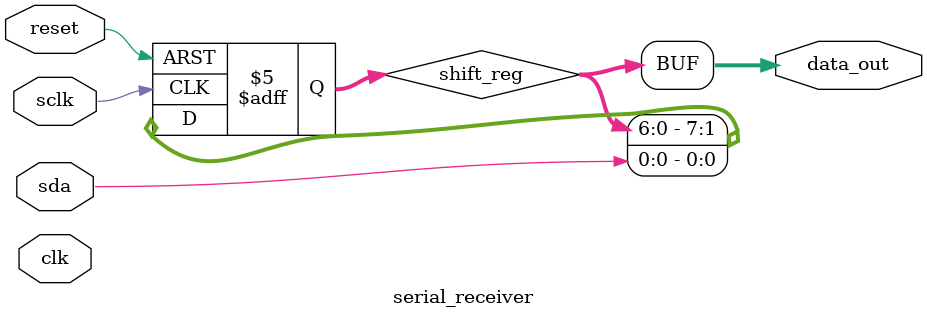
<source format=v>
/*------------------------------------------------------------------------
 Golden Top (.ucf) of Main FPGA on SAKURA-G (SAKURA-G-R1)

 Copyright (C) 2012,2013 MORITA TECH CO.,LTD.

 File name      : sakura_g_main_top.v
 Version        : 1.0
 Date           : Aug/19/2013
 Board Revision : SAKURA-G-R1
 ------------------------------------------------------------------------*/
`define CLOG2(x) \
((x <= 1) || (x > 512)) ? 0 : \
(x <= 2) ? 1 : \
(x <= 4) ? 2 : \
(x <= 8) ? 3 : \
(x <= 16) ? 4 : \
(x <= 32) ? 5 : \
(x <= 64) ? 6 : \
(x <= 128) ? 7: \
(x <= 256) ? 8: \
(x <= 512) ? 9 : 0

`define MAX(p,q) (p)>(q)?(p):(q)
`define MIN(p,q) (p)<(q)?(p):(q)

module sca_unlock_top
(
   /* Clock, Reset */
    input wire         M_CLK_OSC,
    // output wire        M_CLK_INH_B,
    inout wire         M_CLK_EXT0_P,
    // inout wire         M_CLK_EXT0_N,
    input wire         M_RESET_B,

   /* User LED */
    output wire [9:0]  M_LED,

   /* User Push Switch */
    // input wire [1:0]   M_PUSHSW,

   /* User DIP Switch */
    // input wire [7:0]   M_DIPSW,

   /* User Header Pin */
    inout wire [1:0]  M_HEADER,
    //inout wire         M_HEADER_CLK_P,
    inout wire         M_HEADER_CLK_N

   /* USB I/F (FT2232H) */
    // input wire         FTDI_BCBUS0_RXF_B,
    // input wire         FTDI_BCBUS1_TXE_B,
    // output wire        FTDI_BCBUS2_RD_B,
    // output wire        FTDI_BCBUS3_WR_B,
    // output wire        FTDI_BCBUS4_SIWUB,
    // input wire         FTDI_BCBUS5,
    // input wire         FTDI_BCBUS6,
    // output wire        FTDI_BCBUS7_PWRSAV_B,
    // inout wire [7:0]   FTDI_BDBUS_D,
    // input wire         FTDI_PWREN_B,
    // input wire         FTDI_SUSPEND_B,
    // output wire        M_FTDI_RESET_B,

   /* FPGA Interconnect */
    // inout wire [50:0]  MC_IC_D,

   /* Main FPGA Configuration */
    // output wire        M_CCLK_R0,
    // output wire        M_CSO_B,
    // output wire        M_D0_DIN_MISO,
    // input wire         M_D1,
    // input wire         M_D2,
    // input wire         M_D3,
    // input wire         M_D4,
    // input wire         M_D5,
    // input wire         M_D6,
    // input wire         M_D7,
    // output wire        M_DOUT_BUSY,
    // input wire         M_HSWAPEN,
    // output wire        M_INIT_B,
    // input wire         M_M0,
    // input wire         M_M1,
    // output wire        M_MOSI_CSI_B,
    // output wire        M_RDWR_B,

   /* Reserved I/O */
    // inout wire         M_RSVIO_0_P,
    // inout wire         M_RSVIO_0_N
   );

    parameter num_ins = 8;
    parameter num_outs = 2;

    wire clk, sda_top, sclk_top;
    assign clk = M_CLK_OSC;

    assign sda_top = M_HEADER[0];
    assign sclk_top = M_HEADER_CLK_N;
    wire flip_clk;
    assign flip_clk = M_CLK_EXT0_P;

    wire reset;
    assign reset = M_RESET_B;

    localparam integer num_ins_log2 = (`CLOG2(num_ins));
    localparam integer shift_reg_num_bytes = (num_ins_log2 / 8) + 1 + 2;
    localparam integer shift_reg_len = shift_reg_num_bytes * 8;
     
    wire [shift_reg_len-1:0] w_shift_reg;

    serial_receiver #(shift_reg_len) SR (sda_top, sclk_top, clk, reset, w_shift_reg);
    
    reg [num_ins-1:0] dut_inputs = 0;
    wire [num_outs-1:0] dut_outputs;
    
    // Design under test instantiation
    c17_xor dut(dut_inputs, dut_outputs);

    // connect leds
    assign M_LED = dut_outputs[`MIN(9, num_outs)-1:0];

    reg [16:0] flipbit_index = 0;
    
    reg [32:0] flip_freq_counter = 0;

    integer i;    
    // DUT controller
    always @(posedge flip_clk) begin
        if (~reset) begin
            flipbit_index <= 0;
            flip_freq_counter <= 0;
            dut_inputs <= 0;
        end
        
        flipbit_index <= w_shift_reg[15:0];
        dut_inputs[shift_reg_len - 17 : 0] <= w_shift_reg[shift_reg_len - 1: 16];
        
        flip_freq_counter <= flip_freq_counter + 1;
        if (flip_freq_counter == 10000000) begin
            flip_freq_counter <= 0;
            dut_inputs[flip_freq_counter] <= ~dut_inputs[flip_freq_counter];
        end
    end

endmodule


module serial_receiver 
#(
parameter data_len = 8
)(
    input wire sda,
    input wire sclk,
    input wire clk,
    input wire reset,
    output wire [data_len-1 : 0] data_out
);

    reg [data_len-1 : 0] shift_reg = 0;

    assign data_out = shift_reg;
    
    integer k;
    always @(negedge sclk or negedge reset) begin
        if (~reset) begin
            shift_reg <= 0;
        end
        else begin
            shift_reg[0] <= sda;
            for (k = 0; k < data_len - 1; k = k + 1) begin
                shift_reg[k + 1] <= shift_reg[k];
            end
        end
    end

endmodule



</source>
